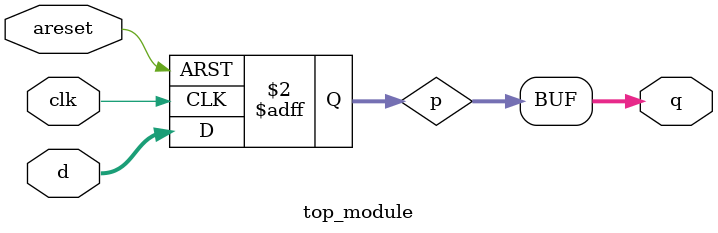
<source format=v>
module top_module (
    input clk,
    input areset,   // active high asynchronous reset
    input [7:0] d,
    output [7:0] q
);
    reg [7:0] p;
    
    always@(posedge clk or posedge areset)
        begin
            if(areset)
                begin
                    p<=8'b0;
                end 
            else 
                begin 
                    p<=d; 
                end 
        end
    assign q=p;

endmodule

</source>
